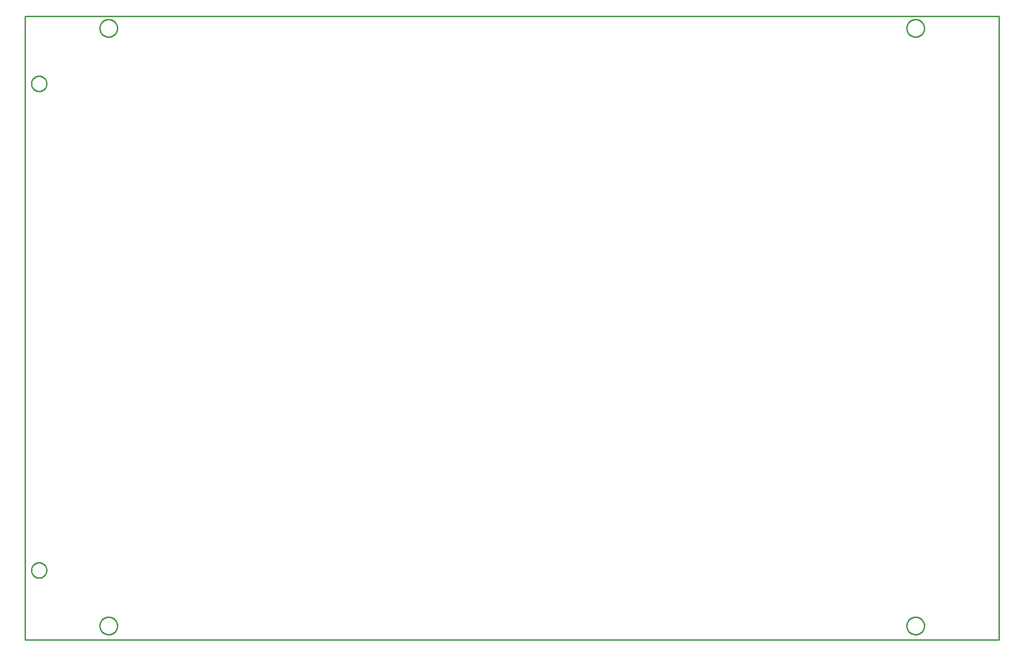
<source format=gbr>
G04 EAGLE Gerber RS-274X export*
G75*
%MOMM*%
%FSLAX34Y34*%
%LPD*%
%IN*%
%IPPOS*%
%AMOC8*
5,1,8,0,0,1.08239X$1,22.5*%
G01*
%ADD10C,0.254000*%


D10*
X0Y0D02*
X1777800Y0D01*
X1777800Y1139700D01*
X0Y1139700D01*
X0Y0D01*
X168400Y1117076D02*
X168332Y1116031D01*
X168195Y1114992D01*
X167990Y1113965D01*
X167719Y1112953D01*
X167383Y1111961D01*
X166982Y1110993D01*
X166518Y1110054D01*
X165995Y1109146D01*
X165413Y1108275D01*
X164775Y1107444D01*
X164084Y1106657D01*
X163343Y1105916D01*
X162556Y1105225D01*
X161725Y1104588D01*
X160854Y1104006D01*
X159946Y1103482D01*
X159007Y1103018D01*
X158039Y1102617D01*
X157047Y1102281D01*
X156035Y1102010D01*
X155008Y1101805D01*
X153969Y1101669D01*
X152924Y1101600D01*
X151876Y1101600D01*
X150831Y1101669D01*
X149792Y1101805D01*
X148765Y1102010D01*
X147753Y1102281D01*
X146761Y1102617D01*
X145793Y1103018D01*
X144854Y1103482D01*
X143946Y1104006D01*
X143075Y1104588D01*
X142244Y1105225D01*
X141457Y1105916D01*
X140716Y1106657D01*
X140025Y1107444D01*
X139388Y1108275D01*
X138806Y1109146D01*
X138282Y1110054D01*
X137818Y1110993D01*
X137417Y1111961D01*
X137081Y1112953D01*
X136810Y1113965D01*
X136605Y1114992D01*
X136469Y1116031D01*
X136400Y1117076D01*
X136400Y1118124D01*
X136469Y1119169D01*
X136605Y1120208D01*
X136810Y1121235D01*
X137081Y1122247D01*
X137417Y1123239D01*
X137818Y1124207D01*
X138282Y1125146D01*
X138806Y1126054D01*
X139388Y1126925D01*
X140025Y1127756D01*
X140716Y1128543D01*
X141457Y1129284D01*
X142244Y1129975D01*
X143075Y1130613D01*
X143946Y1131195D01*
X144854Y1131718D01*
X145793Y1132182D01*
X146761Y1132583D01*
X147753Y1132919D01*
X148765Y1133190D01*
X149792Y1133395D01*
X150831Y1133532D01*
X151876Y1133600D01*
X152924Y1133600D01*
X153969Y1133532D01*
X155008Y1133395D01*
X156035Y1133190D01*
X157047Y1132919D01*
X158039Y1132583D01*
X159007Y1132182D01*
X159946Y1131718D01*
X160854Y1131195D01*
X161725Y1130613D01*
X162556Y1129975D01*
X163343Y1129284D01*
X164084Y1128543D01*
X164775Y1127756D01*
X165413Y1126925D01*
X165995Y1126054D01*
X166518Y1125146D01*
X166982Y1124207D01*
X167383Y1123239D01*
X167719Y1122247D01*
X167990Y1121235D01*
X168195Y1120208D01*
X168332Y1119169D01*
X168400Y1118124D01*
X168400Y1117076D01*
X168400Y24876D02*
X168332Y23831D01*
X168195Y22792D01*
X167990Y21765D01*
X167719Y20753D01*
X167383Y19761D01*
X166982Y18793D01*
X166518Y17854D01*
X165995Y16946D01*
X165413Y16075D01*
X164775Y15244D01*
X164084Y14457D01*
X163343Y13716D01*
X162556Y13025D01*
X161725Y12388D01*
X160854Y11806D01*
X159946Y11282D01*
X159007Y10818D01*
X158039Y10417D01*
X157047Y10081D01*
X156035Y9810D01*
X155008Y9605D01*
X153969Y9469D01*
X152924Y9400D01*
X151876Y9400D01*
X150831Y9469D01*
X149792Y9605D01*
X148765Y9810D01*
X147753Y10081D01*
X146761Y10417D01*
X145793Y10818D01*
X144854Y11282D01*
X143946Y11806D01*
X143075Y12388D01*
X142244Y13025D01*
X141457Y13716D01*
X140716Y14457D01*
X140025Y15244D01*
X139388Y16075D01*
X138806Y16946D01*
X138282Y17854D01*
X137818Y18793D01*
X137417Y19761D01*
X137081Y20753D01*
X136810Y21765D01*
X136605Y22792D01*
X136469Y23831D01*
X136400Y24876D01*
X136400Y25924D01*
X136469Y26969D01*
X136605Y28008D01*
X136810Y29035D01*
X137081Y30047D01*
X137417Y31039D01*
X137818Y32007D01*
X138282Y32946D01*
X138806Y33854D01*
X139388Y34725D01*
X140025Y35556D01*
X140716Y36343D01*
X141457Y37084D01*
X142244Y37775D01*
X143075Y38413D01*
X143946Y38995D01*
X144854Y39518D01*
X145793Y39982D01*
X146761Y40383D01*
X147753Y40719D01*
X148765Y40990D01*
X149792Y41195D01*
X150831Y41332D01*
X151876Y41400D01*
X152924Y41400D01*
X153969Y41332D01*
X155008Y41195D01*
X156035Y40990D01*
X157047Y40719D01*
X158039Y40383D01*
X159007Y39982D01*
X159946Y39518D01*
X160854Y38995D01*
X161725Y38413D01*
X162556Y37775D01*
X163343Y37084D01*
X164084Y36343D01*
X164775Y35556D01*
X165413Y34725D01*
X165995Y33854D01*
X166518Y32946D01*
X166982Y32007D01*
X167383Y31039D01*
X167719Y30047D01*
X167990Y29035D01*
X168195Y28008D01*
X168332Y26969D01*
X168400Y25924D01*
X168400Y24876D01*
X1641600Y24876D02*
X1641532Y23831D01*
X1641395Y22792D01*
X1641190Y21765D01*
X1640919Y20753D01*
X1640583Y19761D01*
X1640182Y18793D01*
X1639718Y17854D01*
X1639195Y16946D01*
X1638613Y16075D01*
X1637975Y15244D01*
X1637284Y14457D01*
X1636543Y13716D01*
X1635756Y13025D01*
X1634925Y12388D01*
X1634054Y11806D01*
X1633146Y11282D01*
X1632207Y10818D01*
X1631239Y10417D01*
X1630247Y10081D01*
X1629235Y9810D01*
X1628208Y9605D01*
X1627169Y9469D01*
X1626124Y9400D01*
X1625076Y9400D01*
X1624031Y9469D01*
X1622992Y9605D01*
X1621965Y9810D01*
X1620953Y10081D01*
X1619961Y10417D01*
X1618993Y10818D01*
X1618054Y11282D01*
X1617146Y11806D01*
X1616275Y12388D01*
X1615444Y13025D01*
X1614657Y13716D01*
X1613916Y14457D01*
X1613225Y15244D01*
X1612588Y16075D01*
X1612006Y16946D01*
X1611482Y17854D01*
X1611018Y18793D01*
X1610617Y19761D01*
X1610281Y20753D01*
X1610010Y21765D01*
X1609805Y22792D01*
X1609669Y23831D01*
X1609600Y24876D01*
X1609600Y25924D01*
X1609669Y26969D01*
X1609805Y28008D01*
X1610010Y29035D01*
X1610281Y30047D01*
X1610617Y31039D01*
X1611018Y32007D01*
X1611482Y32946D01*
X1612006Y33854D01*
X1612588Y34725D01*
X1613225Y35556D01*
X1613916Y36343D01*
X1614657Y37084D01*
X1615444Y37775D01*
X1616275Y38413D01*
X1617146Y38995D01*
X1618054Y39518D01*
X1618993Y39982D01*
X1619961Y40383D01*
X1620953Y40719D01*
X1621965Y40990D01*
X1622992Y41195D01*
X1624031Y41332D01*
X1625076Y41400D01*
X1626124Y41400D01*
X1627169Y41332D01*
X1628208Y41195D01*
X1629235Y40990D01*
X1630247Y40719D01*
X1631239Y40383D01*
X1632207Y39982D01*
X1633146Y39518D01*
X1634054Y38995D01*
X1634925Y38413D01*
X1635756Y37775D01*
X1636543Y37084D01*
X1637284Y36343D01*
X1637975Y35556D01*
X1638613Y34725D01*
X1639195Y33854D01*
X1639718Y32946D01*
X1640182Y32007D01*
X1640583Y31039D01*
X1640919Y30047D01*
X1641190Y29035D01*
X1641395Y28008D01*
X1641532Y26969D01*
X1641600Y25924D01*
X1641600Y24876D01*
X1641600Y1117076D02*
X1641532Y1116031D01*
X1641395Y1114992D01*
X1641190Y1113965D01*
X1640919Y1112953D01*
X1640583Y1111961D01*
X1640182Y1110993D01*
X1639718Y1110054D01*
X1639195Y1109146D01*
X1638613Y1108275D01*
X1637975Y1107444D01*
X1637284Y1106657D01*
X1636543Y1105916D01*
X1635756Y1105225D01*
X1634925Y1104588D01*
X1634054Y1104006D01*
X1633146Y1103482D01*
X1632207Y1103018D01*
X1631239Y1102617D01*
X1630247Y1102281D01*
X1629235Y1102010D01*
X1628208Y1101805D01*
X1627169Y1101669D01*
X1626124Y1101600D01*
X1625076Y1101600D01*
X1624031Y1101669D01*
X1622992Y1101805D01*
X1621965Y1102010D01*
X1620953Y1102281D01*
X1619961Y1102617D01*
X1618993Y1103018D01*
X1618054Y1103482D01*
X1617146Y1104006D01*
X1616275Y1104588D01*
X1615444Y1105225D01*
X1614657Y1105916D01*
X1613916Y1106657D01*
X1613225Y1107444D01*
X1612588Y1108275D01*
X1612006Y1109146D01*
X1611482Y1110054D01*
X1611018Y1110993D01*
X1610617Y1111961D01*
X1610281Y1112953D01*
X1610010Y1113965D01*
X1609805Y1114992D01*
X1609669Y1116031D01*
X1609600Y1117076D01*
X1609600Y1118124D01*
X1609669Y1119169D01*
X1609805Y1120208D01*
X1610010Y1121235D01*
X1610281Y1122247D01*
X1610617Y1123239D01*
X1611018Y1124207D01*
X1611482Y1125146D01*
X1612006Y1126054D01*
X1612588Y1126925D01*
X1613225Y1127756D01*
X1613916Y1128543D01*
X1614657Y1129284D01*
X1615444Y1129975D01*
X1616275Y1130613D01*
X1617146Y1131195D01*
X1618054Y1131718D01*
X1618993Y1132182D01*
X1619961Y1132583D01*
X1620953Y1132919D01*
X1621965Y1133190D01*
X1622992Y1133395D01*
X1624031Y1133532D01*
X1625076Y1133600D01*
X1626124Y1133600D01*
X1627169Y1133532D01*
X1628208Y1133395D01*
X1629235Y1133190D01*
X1630247Y1132919D01*
X1631239Y1132583D01*
X1632207Y1132182D01*
X1633146Y1131718D01*
X1634054Y1131195D01*
X1634925Y1130613D01*
X1635756Y1129975D01*
X1636543Y1129284D01*
X1637284Y1128543D01*
X1637975Y1127756D01*
X1638613Y1126925D01*
X1639195Y1126054D01*
X1639718Y1125146D01*
X1640182Y1124207D01*
X1640583Y1123239D01*
X1640919Y1122247D01*
X1641190Y1121235D01*
X1641395Y1120208D01*
X1641532Y1119169D01*
X1641600Y1118124D01*
X1641600Y1117076D01*
X11430Y1016563D02*
X11501Y1017558D01*
X11643Y1018546D01*
X11855Y1019521D01*
X12136Y1020479D01*
X12485Y1021414D01*
X12900Y1022321D01*
X13378Y1023197D01*
X13917Y1024037D01*
X14515Y1024835D01*
X15169Y1025589D01*
X15875Y1026295D01*
X16629Y1026949D01*
X17428Y1027547D01*
X18267Y1028086D01*
X19143Y1028564D01*
X20051Y1028979D01*
X20985Y1029328D01*
X21943Y1029609D01*
X22918Y1029821D01*
X23906Y1029963D01*
X24901Y1030034D01*
X25899Y1030034D01*
X26894Y1029963D01*
X27882Y1029821D01*
X28857Y1029609D01*
X29815Y1029328D01*
X30750Y1028979D01*
X31657Y1028564D01*
X32533Y1028086D01*
X33373Y1027547D01*
X34171Y1026949D01*
X34925Y1026295D01*
X35631Y1025589D01*
X36285Y1024835D01*
X36883Y1024037D01*
X37422Y1023197D01*
X37900Y1022321D01*
X38315Y1021414D01*
X38664Y1020479D01*
X38945Y1019521D01*
X39157Y1018546D01*
X39299Y1017558D01*
X39370Y1016563D01*
X39370Y1015565D01*
X39299Y1014570D01*
X39157Y1013582D01*
X38945Y1012607D01*
X38664Y1011649D01*
X38315Y1010715D01*
X37900Y1009807D01*
X37422Y1008931D01*
X36883Y1008092D01*
X36285Y1007293D01*
X35631Y1006539D01*
X34925Y1005833D01*
X34171Y1005179D01*
X33373Y1004581D01*
X32533Y1004042D01*
X31657Y1003564D01*
X30750Y1003149D01*
X29815Y1002800D01*
X28857Y1002519D01*
X27882Y1002307D01*
X26894Y1002165D01*
X25899Y1002094D01*
X24901Y1002094D01*
X23906Y1002165D01*
X22918Y1002307D01*
X21943Y1002519D01*
X20985Y1002800D01*
X20051Y1003149D01*
X19143Y1003564D01*
X18267Y1004042D01*
X17428Y1004581D01*
X16629Y1005179D01*
X15875Y1005833D01*
X15169Y1006539D01*
X14515Y1007293D01*
X13917Y1008092D01*
X13378Y1008931D01*
X12900Y1009807D01*
X12485Y1010715D01*
X12136Y1011649D01*
X11855Y1012607D01*
X11643Y1013582D01*
X11501Y1014570D01*
X11430Y1015565D01*
X11430Y1016563D01*
X11430Y127435D02*
X11501Y128430D01*
X11643Y129418D01*
X11855Y130393D01*
X12136Y131351D01*
X12485Y132286D01*
X12900Y133193D01*
X13378Y134069D01*
X13917Y134909D01*
X14515Y135707D01*
X15169Y136461D01*
X15875Y137167D01*
X16629Y137821D01*
X17428Y138419D01*
X18267Y138958D01*
X19143Y139436D01*
X20051Y139851D01*
X20985Y140200D01*
X21943Y140481D01*
X22918Y140693D01*
X23906Y140835D01*
X24901Y140906D01*
X25899Y140906D01*
X26894Y140835D01*
X27882Y140693D01*
X28857Y140481D01*
X29815Y140200D01*
X30750Y139851D01*
X31657Y139436D01*
X32533Y138958D01*
X33373Y138419D01*
X34171Y137821D01*
X34925Y137167D01*
X35631Y136461D01*
X36285Y135707D01*
X36883Y134909D01*
X37422Y134069D01*
X37900Y133193D01*
X38315Y132286D01*
X38664Y131351D01*
X38945Y130393D01*
X39157Y129418D01*
X39299Y128430D01*
X39370Y127435D01*
X39370Y126437D01*
X39299Y125442D01*
X39157Y124454D01*
X38945Y123479D01*
X38664Y122521D01*
X38315Y121587D01*
X37900Y120679D01*
X37422Y119803D01*
X36883Y118964D01*
X36285Y118165D01*
X35631Y117411D01*
X34925Y116705D01*
X34171Y116051D01*
X33373Y115453D01*
X32533Y114914D01*
X31657Y114436D01*
X30750Y114021D01*
X29815Y113672D01*
X28857Y113391D01*
X27882Y113179D01*
X26894Y113037D01*
X25899Y112966D01*
X24901Y112966D01*
X23906Y113037D01*
X22918Y113179D01*
X21943Y113391D01*
X20985Y113672D01*
X20051Y114021D01*
X19143Y114436D01*
X18267Y114914D01*
X17428Y115453D01*
X16629Y116051D01*
X15875Y116705D01*
X15169Y117411D01*
X14515Y118165D01*
X13917Y118964D01*
X13378Y119803D01*
X12900Y120679D01*
X12485Y121587D01*
X12136Y122521D01*
X11855Y123479D01*
X11643Y124454D01*
X11501Y125442D01*
X11430Y126437D01*
X11430Y127435D01*
M02*

</source>
